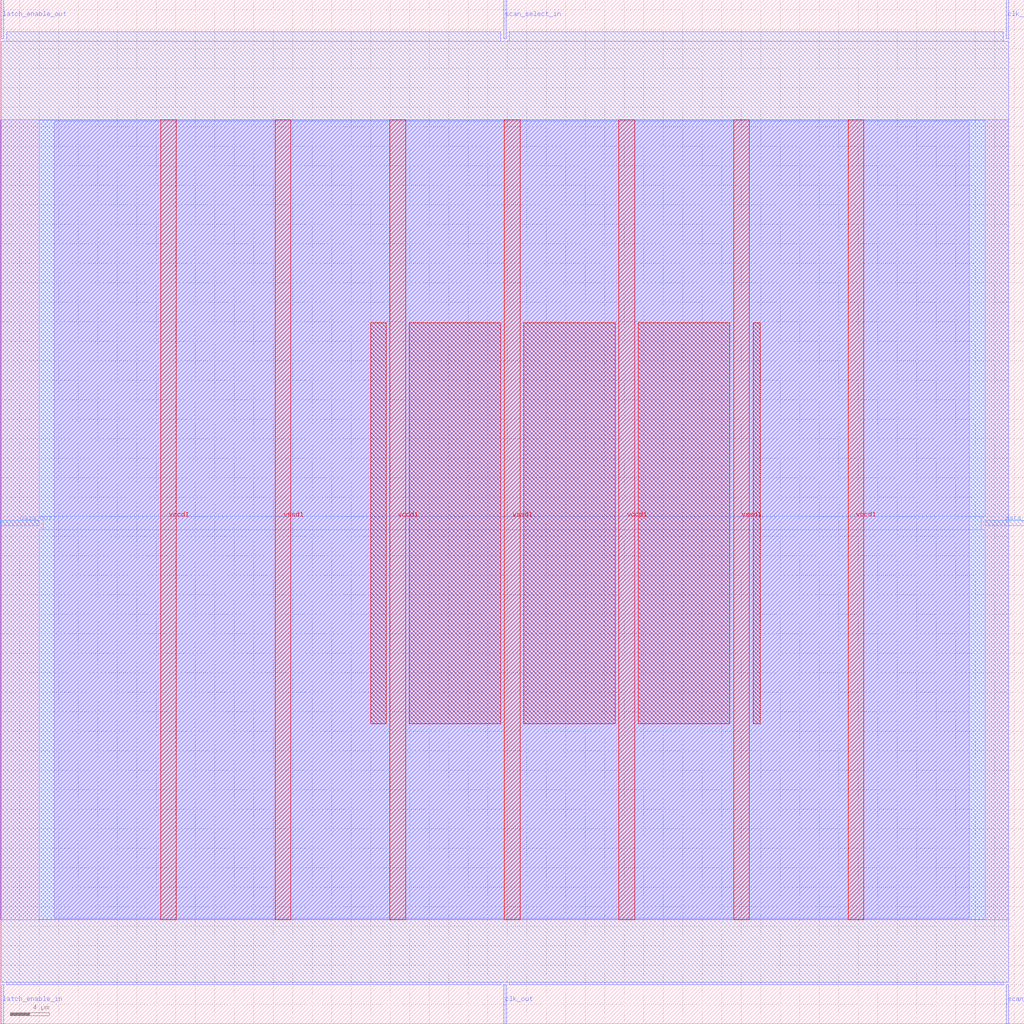
<source format=lef>
VERSION 5.7 ;
  NOWIREEXTENSIONATPIN ON ;
  DIVIDERCHAR "/" ;
  BUSBITCHARS "[]" ;
MACRO scan_wrapper_341176884318437971
  CLASS BLOCK ;
  FOREIGN scan_wrapper_341176884318437971 ;
  ORIGIN 0.000 0.000 ;
  SIZE 105.000 BY 105.000 ;
  PIN clk_in
    DIRECTION INPUT ;
    USE SIGNAL ;
    PORT
      LAYER met2 ;
        RECT 103.130 101.000 103.410 105.000 ;
    END
  END clk_in
  PIN clk_out
    DIRECTION OUTPUT TRISTATE ;
    USE SIGNAL ;
    PORT
      LAYER met2 ;
        RECT 51.610 0.000 51.890 4.000 ;
    END
  END clk_out
  PIN data_in
    DIRECTION INPUT ;
    USE SIGNAL ;
    PORT
      LAYER met3 ;
        RECT 101.000 51.040 105.000 51.640 ;
    END
  END data_in
  PIN data_out
    DIRECTION OUTPUT TRISTATE ;
    USE SIGNAL ;
    PORT
      LAYER met3 ;
        RECT 0.000 51.040 4.000 51.640 ;
    END
  END data_out
  PIN latch_enable_in
    DIRECTION INPUT ;
    USE SIGNAL ;
    PORT
      LAYER met2 ;
        RECT 0.090 0.000 0.370 4.000 ;
    END
  END latch_enable_in
  PIN latch_enable_out
    DIRECTION OUTPUT TRISTATE ;
    USE SIGNAL ;
    PORT
      LAYER met2 ;
        RECT 0.090 101.000 0.370 105.000 ;
    END
  END latch_enable_out
  PIN scan_select_in
    DIRECTION INPUT ;
    USE SIGNAL ;
    PORT
      LAYER met2 ;
        RECT 51.610 101.000 51.890 105.000 ;
    END
  END scan_select_in
  PIN scan_select_out
    DIRECTION OUTPUT TRISTATE ;
    USE SIGNAL ;
    PORT
      LAYER met2 ;
        RECT 103.130 0.000 103.410 4.000 ;
    END
  END scan_select_out
  PIN vccd1
    DIRECTION INOUT ;
    USE POWER ;
    PORT
      LAYER met4 ;
        RECT 16.465 10.640 18.065 92.720 ;
    END
    PORT
      LAYER met4 ;
        RECT 39.955 10.640 41.555 92.720 ;
    END
    PORT
      LAYER met4 ;
        RECT 63.445 10.640 65.045 92.720 ;
    END
    PORT
      LAYER met4 ;
        RECT 86.935 10.640 88.535 92.720 ;
    END
  END vccd1
  PIN vssd1
    DIRECTION INOUT ;
    USE GROUND ;
    PORT
      LAYER met4 ;
        RECT 28.210 10.640 29.810 92.720 ;
    END
    PORT
      LAYER met4 ;
        RECT 51.700 10.640 53.300 92.720 ;
    END
    PORT
      LAYER met4 ;
        RECT 75.190 10.640 76.790 92.720 ;
    END
  END vssd1
  OBS
      LAYER li1 ;
        RECT 5.520 10.795 99.360 92.565 ;
      LAYER met1 ;
        RECT 0.070 10.640 103.430 92.720 ;
      LAYER met2 ;
        RECT 0.650 100.720 51.330 101.730 ;
        RECT 52.170 100.720 102.850 101.730 ;
        RECT 0.100 4.280 103.400 100.720 ;
        RECT 0.650 4.000 51.330 4.280 ;
        RECT 52.170 4.000 102.850 4.280 ;
      LAYER met3 ;
        RECT 4.000 52.040 101.000 92.645 ;
        RECT 4.400 50.640 100.600 52.040 ;
        RECT 4.000 10.715 101.000 50.640 ;
      LAYER met4 ;
        RECT 38.015 30.775 39.555 71.905 ;
        RECT 41.955 30.775 51.300 71.905 ;
        RECT 53.700 30.775 63.045 71.905 ;
        RECT 65.445 30.775 74.790 71.905 ;
        RECT 77.190 30.775 77.905 71.905 ;
  END
END scan_wrapper_341176884318437971
END LIBRARY


</source>
